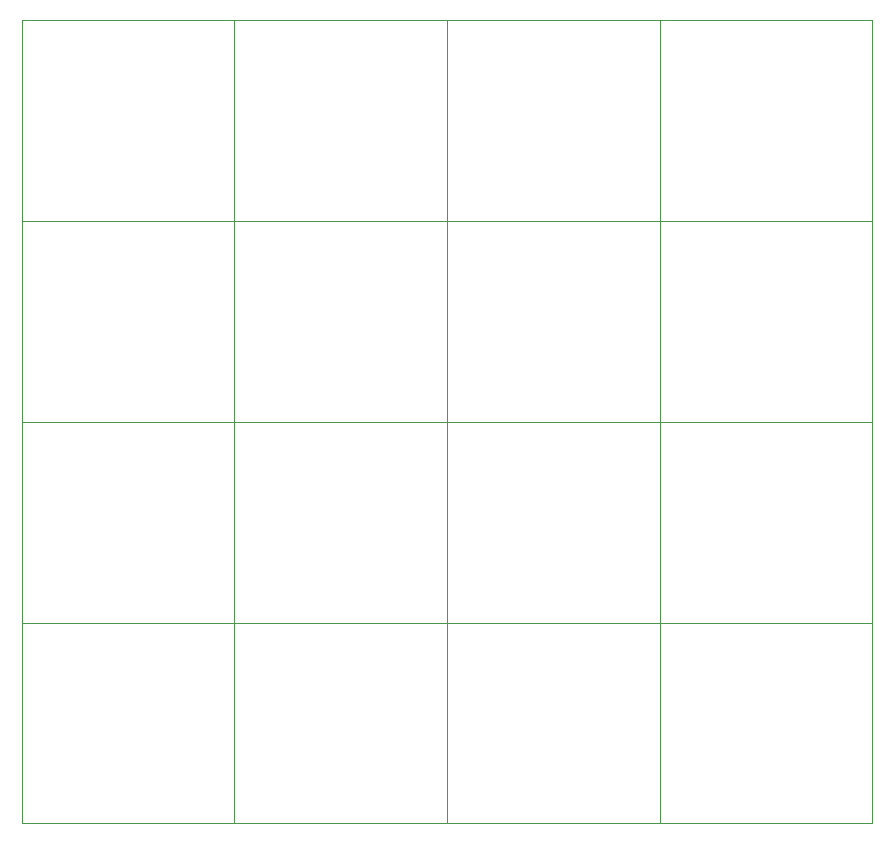
<source format=gbr>
G04 #@! TF.GenerationSoftware,KiCad,Pcbnew,8.0.6*
G04 #@! TF.CreationDate,2024-10-20T21:42:17+02:00*
G04 #@! TF.ProjectId,macropad,6d616372-6f70-4616-942e-6b696361645f,v7.6*
G04 #@! TF.SameCoordinates,Original*
G04 #@! TF.FileFunction,OtherDrawing,Comment*
%FSLAX46Y46*%
G04 Gerber Fmt 4.6, Leading zero omitted, Abs format (unit mm)*
G04 Created by KiCad (PCBNEW 8.0.6) date 2024-10-20 21:42:17*
%MOMM*%
%LPD*%
G01*
G04 APERTURE LIST*
%ADD10C,0.100000*%
G04 APERTURE END LIST*
D10*
G04 #@! TO.C,SW4*
X4250000Y-47250000D02*
X4250000Y-64250000D01*
X4250000Y-64250000D02*
X22250000Y-64250000D01*
X22250000Y-47250000D02*
X4250000Y-47250000D01*
X22250000Y-64250000D02*
X22250000Y-47250000D01*
G04 #@! TO.C,SW14*
X40250000Y-81250000D02*
X40250000Y-98250000D01*
X40250000Y-98250000D02*
X58250000Y-98250000D01*
X58250000Y-81250000D02*
X40250000Y-81250000D01*
X58250000Y-98250000D02*
X58250000Y-81250000D01*
G04 #@! TO.C,SW1*
X4250000Y-30250000D02*
X4250000Y-47250000D01*
X4250000Y-47250000D02*
X22250000Y-47250000D01*
X22250000Y-30250000D02*
X4250000Y-30250000D01*
X22250000Y-47250000D02*
X22250000Y-30250000D01*
G04 #@! TO.C,SW8*
X22250000Y-64250000D02*
X22250000Y-81250000D01*
X22250000Y-81250000D02*
X40250000Y-81250000D01*
X40250000Y-64250000D02*
X22250000Y-64250000D01*
X40250000Y-81250000D02*
X40250000Y-64250000D01*
G04 #@! TO.C,SW9*
X40250000Y-64250000D02*
X40250000Y-81250000D01*
X40250000Y-81250000D02*
X58250000Y-81250000D01*
X58250000Y-64250000D02*
X40250000Y-64250000D01*
X58250000Y-81250000D02*
X58250000Y-64250000D01*
G04 #@! TO.C,SW12*
X58250000Y-64250000D02*
X58250000Y-81250000D01*
X58250000Y-81250000D02*
X76250000Y-81250000D01*
X76250000Y-64250000D02*
X58250000Y-64250000D01*
X76250000Y-81250000D02*
X76250000Y-64250000D01*
G04 #@! TO.C,SW6*
X40250000Y-47250000D02*
X40250000Y-64250000D01*
X40250000Y-64250000D02*
X58250000Y-64250000D01*
X58250000Y-47250000D02*
X40250000Y-47250000D01*
X58250000Y-64250000D02*
X58250000Y-47250000D01*
G04 #@! TO.C,SW10*
X58250000Y-30250000D02*
X58250000Y-47250000D01*
X58250000Y-47250000D02*
X76250000Y-47250000D01*
X76250000Y-30250000D02*
X58250000Y-30250000D01*
X76250000Y-47250000D02*
X76250000Y-30250000D01*
G04 #@! TO.C,SW7*
X4250000Y-64250000D02*
X4250000Y-81250000D01*
X4250000Y-81250000D02*
X22250000Y-81250000D01*
X22250000Y-64250000D02*
X4250000Y-64250000D01*
X22250000Y-81250000D02*
X22250000Y-64250000D01*
G04 #@! TO.C,SW2*
X22250000Y-30250000D02*
X22250000Y-47250000D01*
X22250000Y-47250000D02*
X40250000Y-47250000D01*
X40250000Y-30250000D02*
X22250000Y-30250000D01*
X40250000Y-47250000D02*
X40250000Y-30250000D01*
G04 #@! TO.C,SW11*
X58250000Y-47250000D02*
X58250000Y-64250000D01*
X58250000Y-64250000D02*
X76250000Y-64250000D01*
X76250000Y-47250000D02*
X58250000Y-47250000D01*
X76250000Y-64250000D02*
X76250000Y-47250000D01*
G04 #@! TO.C,SW3*
X40250000Y-30250000D02*
X40250000Y-47250000D01*
X40250000Y-47250000D02*
X58250000Y-47250000D01*
X58250000Y-30250000D02*
X40250000Y-30250000D01*
X58250000Y-47250000D02*
X58250000Y-30250000D01*
G04 #@! TO.C,SW16*
X4250000Y-81250000D02*
X4250000Y-98250000D01*
X4250000Y-98250000D02*
X22250000Y-98250000D01*
X22250000Y-81250000D02*
X4250000Y-81250000D01*
X22250000Y-98250000D02*
X22250000Y-81250000D01*
G04 #@! TO.C,SW5*
X22250000Y-47250000D02*
X22250000Y-64250000D01*
X22250000Y-64250000D02*
X40250000Y-64250000D01*
X40250000Y-47250000D02*
X22250000Y-47250000D01*
X40250000Y-64250000D02*
X40250000Y-47250000D01*
G04 #@! TO.C,SW13*
X58250000Y-81250000D02*
X58250000Y-98250000D01*
X58250000Y-98250000D02*
X76250000Y-98250000D01*
X76250000Y-81250000D02*
X58250000Y-81250000D01*
X76250000Y-98250000D02*
X76250000Y-81250000D01*
G04 #@! TO.C,SW15*
X22250000Y-81250000D02*
X22250000Y-98250000D01*
X22250000Y-98250000D02*
X40250000Y-98250000D01*
X40250000Y-81250000D02*
X22250000Y-81250000D01*
X40250000Y-98250000D02*
X40250000Y-81250000D01*
G04 #@! TD*
M02*

</source>
